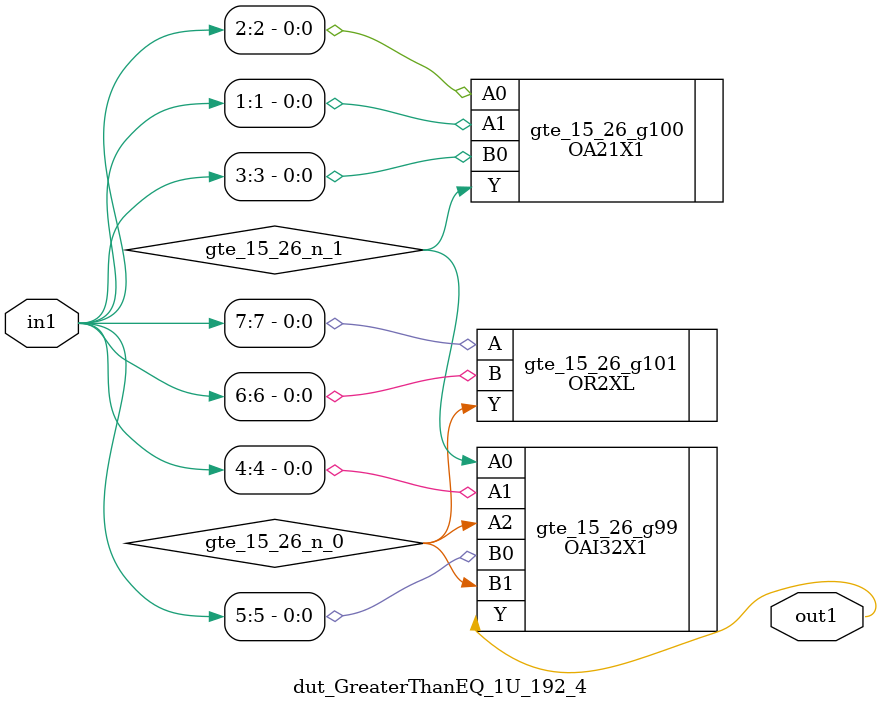
<source format=v>
`timescale 1ps / 1ps


module dut_GreaterThanEQ_1U_192_4(in1, out1);
  input [7:0] in1;
  output out1;
  wire [7:0] in1;
  wire out1;
  wire gte_15_26_n_0, gte_15_26_n_1;
  OAI32X1 gte_15_26_g99(.A0 (gte_15_26_n_1), .A1 (in1[4]), .A2
       (gte_15_26_n_0), .B0 (in1[5]), .B1 (gte_15_26_n_0), .Y (out1));
  OA21X1 gte_15_26_g100(.A0 (in1[2]), .A1 (in1[1]), .B0 (in1[3]), .Y
       (gte_15_26_n_1));
  OR2XL gte_15_26_g101(.A (in1[7]), .B (in1[6]), .Y (gte_15_26_n_0));
endmodule



</source>
